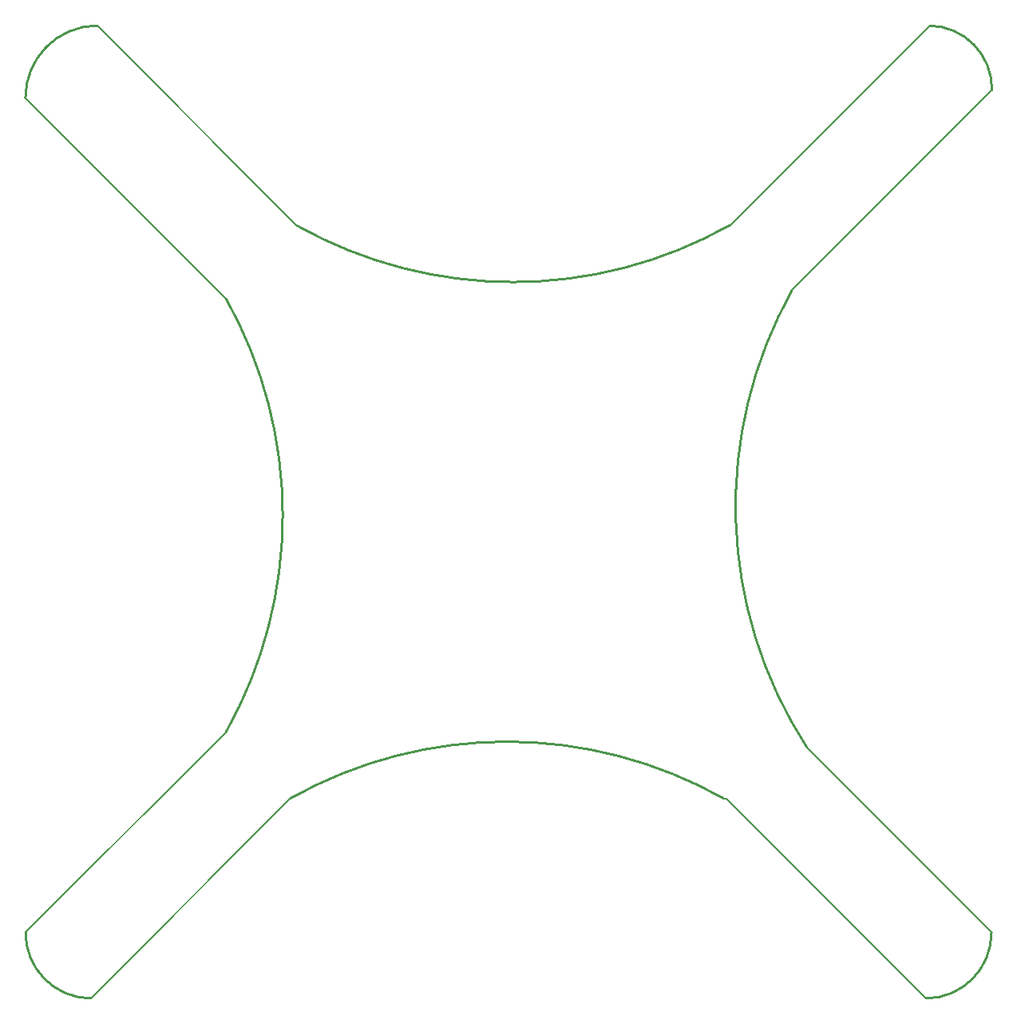
<source format=gko>
G04*
G04 #@! TF.GenerationSoftware,Altium Limited,Altium Designer,20.1.14 (287)*
G04*
G04 Layer_Color=16711935*
%FSLAX25Y25*%
%MOIN*%
G70*
G04*
G04 #@! TF.SameCoordinates,3184D8B6-75A7-45C6-B4AC-6B65BD642244*
G04*
G04*
G04 #@! TF.FilePolarity,Positive*
G04*
G01*
G75*
%ADD14C,0.01000*%
%ADD15C,0.00591*%
D14*
X236562Y211947D02*
G03*
X242707Y21442I161024J-90157D01*
G01*
X208316Y-203D02*
G03*
X27165Y-0I-90755J-160687D01*
G01*
X394Y27953D02*
G03*
X260Y208505I-161024J90157D01*
G01*
X29921Y238976D02*
G03*
X210474Y239110I90157J161024D01*
G01*
X320079Y295669D02*
G03*
X294094Y322441I-26378J394D01*
G01*
X292546Y-83491D02*
G03*
X319881Y-55938I-109J27444D01*
G01*
X-83465Y-55905D02*
G03*
X-56299Y-83465I27362J-197D01*
G01*
X-53595Y322493D02*
G03*
X-83517Y292178I197J-30118D01*
G01*
D15*
X208316Y-203D02*
X209258D01*
X242707Y21236D02*
Y21648D01*
X210474Y239110D02*
X210763D01*
X294094Y322441D01*
X236562Y212153D02*
X320079Y295669D01*
X-83517Y292178D02*
X208Y208453D01*
X-53595Y322493D02*
X29921Y238976D01*
X-56299Y-83465D02*
X27165Y-0D01*
X209258Y-203D02*
X292546Y-83491D01*
X242707Y21236D02*
X319881Y-55938D01*
X-83465Y-55905D02*
X394Y27953D01*
M02*

</source>
